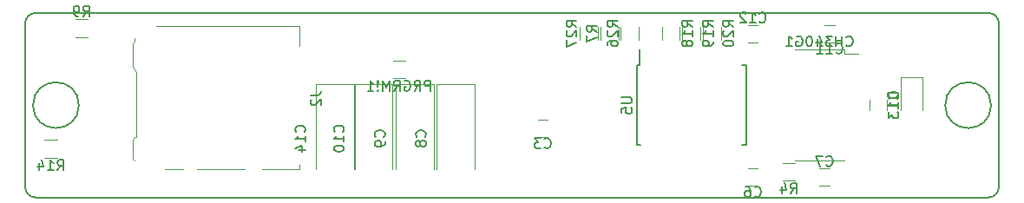
<source format=gbr>
%TF.GenerationSoftware,KiCad,Pcbnew,4.0.7*%
%TF.CreationDate,2018-01-21T21:44:21+02:00*%
%TF.ProjectId,OilMeteo_V2.0,4F696C4D6574656F5F56322E302E6B69,rev?*%
%TF.FileFunction,Legend,Bot*%
%FSLAX46Y46*%
G04 Gerber Fmt 4.6, Leading zero omitted, Abs format (unit mm)*
G04 Created by KiCad (PCBNEW 4.0.7) date 01/21/18 21:44:21*
%MOMM*%
%LPD*%
G01*
G04 APERTURE LIST*
%ADD10C,0.150000*%
%ADD11C,0.120000*%
G04 APERTURE END LIST*
D10*
X100000000Y-35000000D02*
X193000000Y-35000000D01*
X99000000Y-52000000D02*
X99000000Y-36000000D01*
X193000000Y-53000000D02*
X100000000Y-53000000D01*
X194000000Y-36000000D02*
X194000000Y-52000000D01*
X194000000Y-36000000D02*
G75*
G03X193000000Y-35000000I-1000000J0D01*
G01*
X193000000Y-53000000D02*
G75*
G03X194000000Y-52000000I0J1000000D01*
G01*
X99000000Y-52000000D02*
G75*
G03X100000000Y-53000000I1000000J0D01*
G01*
X100000000Y-35000000D02*
G75*
G03X99000000Y-36000000I0J-1000000D01*
G01*
X104236068Y-44000000D02*
G75*
G03X104236068Y-44000000I-2236068J0D01*
G01*
X193236068Y-44000000D02*
G75*
G03X193236068Y-44000000I-2236068J0D01*
G01*
D11*
X150000000Y-47100000D02*
X149000000Y-47100000D01*
X149000000Y-45400000D02*
X150000000Y-45400000D01*
X170500000Y-51850000D02*
X169500000Y-51850000D01*
X169500000Y-50150000D02*
X170500000Y-50150000D01*
X176500000Y-50150000D02*
X177500000Y-50150000D01*
X177500000Y-51850000D02*
X176500000Y-51850000D01*
X139150000Y-41950000D02*
X139150000Y-50250000D01*
X142850000Y-41950000D02*
X142850000Y-50250000D01*
X139150000Y-41950000D02*
X142850000Y-41950000D01*
X135150000Y-41950000D02*
X135150000Y-50250000D01*
X138850000Y-41950000D02*
X138850000Y-50250000D01*
X135150000Y-41950000D02*
X138850000Y-41950000D01*
X131150000Y-41950000D02*
X131150000Y-50250000D01*
X134850000Y-41950000D02*
X134850000Y-50250000D01*
X131150000Y-41950000D02*
X134850000Y-41950000D01*
X178000000Y-37850000D02*
X177000000Y-37850000D01*
X177000000Y-36150000D02*
X178000000Y-36150000D01*
X169500000Y-36150000D02*
X170500000Y-36150000D01*
X170500000Y-37850000D02*
X169500000Y-37850000D01*
X183100000Y-43500000D02*
X183100000Y-44500000D01*
X181400000Y-44500000D02*
X181400000Y-43500000D01*
X127400000Y-41950000D02*
X127400000Y-50250000D01*
X131100000Y-41950000D02*
X131100000Y-50250000D01*
X127400000Y-41950000D02*
X131100000Y-41950000D01*
X178900000Y-38600000D02*
X178900000Y-39000000D01*
X178900000Y-39000000D02*
X180300000Y-39000000D01*
X178900000Y-38600000D02*
X174100000Y-38600000D01*
X178900000Y-49400000D02*
X174100000Y-49400000D01*
X184440000Y-41300000D02*
X186560000Y-41300000D01*
X184440000Y-44500000D02*
X184440000Y-41300000D01*
X186560000Y-41300000D02*
X186560000Y-44500000D01*
X109490000Y-40270000D02*
X109840000Y-40780000D01*
X109690000Y-37760000D02*
X109690000Y-37500000D01*
X109490000Y-37960000D02*
X109690000Y-37760000D01*
X109490000Y-47360000D02*
X109690000Y-47150000D01*
X109840000Y-47150000D02*
X109690000Y-47150000D01*
X109840000Y-47150000D02*
X109840000Y-40780000D01*
X114450000Y-50250000D02*
X112650000Y-50250000D01*
X120450000Y-50250000D02*
X115750000Y-50250000D01*
X109490000Y-49220000D02*
X109690000Y-49420000D01*
X109490000Y-49220000D02*
X109490000Y-47360000D01*
X109490000Y-37960000D02*
X109490000Y-40270000D01*
X125760000Y-50250000D02*
X122150000Y-50250000D01*
X125760000Y-49800000D02*
X125760000Y-50250000D01*
X125760000Y-36280000D02*
X111750000Y-36280000D01*
X125760000Y-38200000D02*
X125760000Y-36280000D01*
X136100000Y-39620000D02*
X134900000Y-39620000D01*
X134900000Y-41380000D02*
X136100000Y-41380000D01*
X174100000Y-49620000D02*
X172900000Y-49620000D01*
X172900000Y-51380000D02*
X174100000Y-51380000D01*
X156880000Y-37600000D02*
X156880000Y-36400000D01*
X155120000Y-36400000D02*
X155120000Y-37600000D01*
X103900000Y-37380000D02*
X105100000Y-37380000D01*
X105100000Y-35620000D02*
X103900000Y-35620000D01*
X102100000Y-47370000D02*
X100900000Y-47370000D01*
X100900000Y-49130000D02*
X102100000Y-49130000D01*
X161118660Y-36400180D02*
X161118660Y-37600180D01*
X162878660Y-37600180D02*
X162878660Y-36400180D01*
X163117640Y-36400180D02*
X163117640Y-37600180D01*
X164877640Y-37600180D02*
X164877640Y-36400180D01*
X165120000Y-36400000D02*
X165120000Y-37600000D01*
X166880000Y-37600000D02*
X166880000Y-36400000D01*
X158880000Y-37600000D02*
X158880000Y-36400000D01*
X157120000Y-36400000D02*
X157120000Y-37600000D01*
X154880000Y-37600000D02*
X154880000Y-36400000D01*
X153120000Y-36400000D02*
X153120000Y-37600000D01*
D10*
X158675000Y-40125000D02*
X158950000Y-40125000D01*
X158675000Y-47875000D02*
X159030000Y-47875000D01*
X169325000Y-47875000D02*
X168970000Y-47875000D01*
X169325000Y-40125000D02*
X168970000Y-40125000D01*
X158675000Y-40125000D02*
X158675000Y-47875000D01*
X169325000Y-40125000D02*
X169325000Y-47875000D01*
X158950000Y-40125000D02*
X158950000Y-38600000D01*
X149666666Y-48107143D02*
X149714285Y-48154762D01*
X149857142Y-48202381D01*
X149952380Y-48202381D01*
X150095238Y-48154762D01*
X150190476Y-48059524D01*
X150238095Y-47964286D01*
X150285714Y-47773810D01*
X150285714Y-47630952D01*
X150238095Y-47440476D01*
X150190476Y-47345238D01*
X150095238Y-47250000D01*
X149952380Y-47202381D01*
X149857142Y-47202381D01*
X149714285Y-47250000D01*
X149666666Y-47297619D01*
X149333333Y-47202381D02*
X148714285Y-47202381D01*
X149047619Y-47583333D01*
X148904761Y-47583333D01*
X148809523Y-47630952D01*
X148761904Y-47678571D01*
X148714285Y-47773810D01*
X148714285Y-48011905D01*
X148761904Y-48107143D01*
X148809523Y-48154762D01*
X148904761Y-48202381D01*
X149190476Y-48202381D01*
X149285714Y-48154762D01*
X149333333Y-48107143D01*
X170166666Y-52857143D02*
X170214285Y-52904762D01*
X170357142Y-52952381D01*
X170452380Y-52952381D01*
X170595238Y-52904762D01*
X170690476Y-52809524D01*
X170738095Y-52714286D01*
X170785714Y-52523810D01*
X170785714Y-52380952D01*
X170738095Y-52190476D01*
X170690476Y-52095238D01*
X170595238Y-52000000D01*
X170452380Y-51952381D01*
X170357142Y-51952381D01*
X170214285Y-52000000D01*
X170166666Y-52047619D01*
X169309523Y-51952381D02*
X169500000Y-51952381D01*
X169595238Y-52000000D01*
X169642857Y-52047619D01*
X169738095Y-52190476D01*
X169785714Y-52380952D01*
X169785714Y-52761905D01*
X169738095Y-52857143D01*
X169690476Y-52904762D01*
X169595238Y-52952381D01*
X169404761Y-52952381D01*
X169309523Y-52904762D01*
X169261904Y-52857143D01*
X169214285Y-52761905D01*
X169214285Y-52523810D01*
X169261904Y-52428571D01*
X169309523Y-52380952D01*
X169404761Y-52333333D01*
X169595238Y-52333333D01*
X169690476Y-52380952D01*
X169738095Y-52428571D01*
X169785714Y-52523810D01*
X177166666Y-49857143D02*
X177214285Y-49904762D01*
X177357142Y-49952381D01*
X177452380Y-49952381D01*
X177595238Y-49904762D01*
X177690476Y-49809524D01*
X177738095Y-49714286D01*
X177785714Y-49523810D01*
X177785714Y-49380952D01*
X177738095Y-49190476D01*
X177690476Y-49095238D01*
X177595238Y-49000000D01*
X177452380Y-48952381D01*
X177357142Y-48952381D01*
X177214285Y-49000000D01*
X177166666Y-49047619D01*
X176833333Y-48952381D02*
X176166666Y-48952381D01*
X176595238Y-49952381D01*
X138007143Y-47083334D02*
X138054762Y-47035715D01*
X138102381Y-46892858D01*
X138102381Y-46797620D01*
X138054762Y-46654762D01*
X137959524Y-46559524D01*
X137864286Y-46511905D01*
X137673810Y-46464286D01*
X137530952Y-46464286D01*
X137340476Y-46511905D01*
X137245238Y-46559524D01*
X137150000Y-46654762D01*
X137102381Y-46797620D01*
X137102381Y-46892858D01*
X137150000Y-47035715D01*
X137197619Y-47083334D01*
X137530952Y-47654762D02*
X137483333Y-47559524D01*
X137435714Y-47511905D01*
X137340476Y-47464286D01*
X137292857Y-47464286D01*
X137197619Y-47511905D01*
X137150000Y-47559524D01*
X137102381Y-47654762D01*
X137102381Y-47845239D01*
X137150000Y-47940477D01*
X137197619Y-47988096D01*
X137292857Y-48035715D01*
X137340476Y-48035715D01*
X137435714Y-47988096D01*
X137483333Y-47940477D01*
X137530952Y-47845239D01*
X137530952Y-47654762D01*
X137578571Y-47559524D01*
X137626190Y-47511905D01*
X137721429Y-47464286D01*
X137911905Y-47464286D01*
X138007143Y-47511905D01*
X138054762Y-47559524D01*
X138102381Y-47654762D01*
X138102381Y-47845239D01*
X138054762Y-47940477D01*
X138007143Y-47988096D01*
X137911905Y-48035715D01*
X137721429Y-48035715D01*
X137626190Y-47988096D01*
X137578571Y-47940477D01*
X137530952Y-47845239D01*
X134007143Y-47083334D02*
X134054762Y-47035715D01*
X134102381Y-46892858D01*
X134102381Y-46797620D01*
X134054762Y-46654762D01*
X133959524Y-46559524D01*
X133864286Y-46511905D01*
X133673810Y-46464286D01*
X133530952Y-46464286D01*
X133340476Y-46511905D01*
X133245238Y-46559524D01*
X133150000Y-46654762D01*
X133102381Y-46797620D01*
X133102381Y-46892858D01*
X133150000Y-47035715D01*
X133197619Y-47083334D01*
X134102381Y-47559524D02*
X134102381Y-47750000D01*
X134054762Y-47845239D01*
X134007143Y-47892858D01*
X133864286Y-47988096D01*
X133673810Y-48035715D01*
X133292857Y-48035715D01*
X133197619Y-47988096D01*
X133150000Y-47940477D01*
X133102381Y-47845239D01*
X133102381Y-47654762D01*
X133150000Y-47559524D01*
X133197619Y-47511905D01*
X133292857Y-47464286D01*
X133530952Y-47464286D01*
X133626190Y-47511905D01*
X133673810Y-47559524D01*
X133721429Y-47654762D01*
X133721429Y-47845239D01*
X133673810Y-47940477D01*
X133626190Y-47988096D01*
X133530952Y-48035715D01*
X130007143Y-46607143D02*
X130054762Y-46559524D01*
X130102381Y-46416667D01*
X130102381Y-46321429D01*
X130054762Y-46178571D01*
X129959524Y-46083333D01*
X129864286Y-46035714D01*
X129673810Y-45988095D01*
X129530952Y-45988095D01*
X129340476Y-46035714D01*
X129245238Y-46083333D01*
X129150000Y-46178571D01*
X129102381Y-46321429D01*
X129102381Y-46416667D01*
X129150000Y-46559524D01*
X129197619Y-46607143D01*
X130102381Y-47559524D02*
X130102381Y-46988095D01*
X130102381Y-47273809D02*
X129102381Y-47273809D01*
X129245238Y-47178571D01*
X129340476Y-47083333D01*
X129388095Y-46988095D01*
X129102381Y-48178571D02*
X129102381Y-48273810D01*
X129150000Y-48369048D01*
X129197619Y-48416667D01*
X129292857Y-48464286D01*
X129483333Y-48511905D01*
X129721429Y-48511905D01*
X129911905Y-48464286D01*
X130007143Y-48416667D01*
X130054762Y-48369048D01*
X130102381Y-48273810D01*
X130102381Y-48178571D01*
X130054762Y-48083333D01*
X130007143Y-48035714D01*
X129911905Y-47988095D01*
X129721429Y-47940476D01*
X129483333Y-47940476D01*
X129292857Y-47988095D01*
X129197619Y-48035714D01*
X129150000Y-48083333D01*
X129102381Y-48178571D01*
X178142857Y-38857143D02*
X178190476Y-38904762D01*
X178333333Y-38952381D01*
X178428571Y-38952381D01*
X178571429Y-38904762D01*
X178666667Y-38809524D01*
X178714286Y-38714286D01*
X178761905Y-38523810D01*
X178761905Y-38380952D01*
X178714286Y-38190476D01*
X178666667Y-38095238D01*
X178571429Y-38000000D01*
X178428571Y-37952381D01*
X178333333Y-37952381D01*
X178190476Y-38000000D01*
X178142857Y-38047619D01*
X177190476Y-38952381D02*
X177761905Y-38952381D01*
X177476191Y-38952381D02*
X177476191Y-37952381D01*
X177571429Y-38095238D01*
X177666667Y-38190476D01*
X177761905Y-38238095D01*
X176238095Y-38952381D02*
X176809524Y-38952381D01*
X176523810Y-38952381D02*
X176523810Y-37952381D01*
X176619048Y-38095238D01*
X176714286Y-38190476D01*
X176809524Y-38238095D01*
X170642857Y-35857143D02*
X170690476Y-35904762D01*
X170833333Y-35952381D01*
X170928571Y-35952381D01*
X171071429Y-35904762D01*
X171166667Y-35809524D01*
X171214286Y-35714286D01*
X171261905Y-35523810D01*
X171261905Y-35380952D01*
X171214286Y-35190476D01*
X171166667Y-35095238D01*
X171071429Y-35000000D01*
X170928571Y-34952381D01*
X170833333Y-34952381D01*
X170690476Y-35000000D01*
X170642857Y-35047619D01*
X169690476Y-35952381D02*
X170261905Y-35952381D01*
X169976191Y-35952381D02*
X169976191Y-34952381D01*
X170071429Y-35095238D01*
X170166667Y-35190476D01*
X170261905Y-35238095D01*
X169309524Y-35047619D02*
X169261905Y-35000000D01*
X169166667Y-34952381D01*
X168928571Y-34952381D01*
X168833333Y-35000000D01*
X168785714Y-35047619D01*
X168738095Y-35142857D01*
X168738095Y-35238095D01*
X168785714Y-35380952D01*
X169357143Y-35952381D01*
X168738095Y-35952381D01*
X184107143Y-43357143D02*
X184154762Y-43309524D01*
X184202381Y-43166667D01*
X184202381Y-43071429D01*
X184154762Y-42928571D01*
X184059524Y-42833333D01*
X183964286Y-42785714D01*
X183773810Y-42738095D01*
X183630952Y-42738095D01*
X183440476Y-42785714D01*
X183345238Y-42833333D01*
X183250000Y-42928571D01*
X183202381Y-43071429D01*
X183202381Y-43166667D01*
X183250000Y-43309524D01*
X183297619Y-43357143D01*
X184202381Y-44309524D02*
X184202381Y-43738095D01*
X184202381Y-44023809D02*
X183202381Y-44023809D01*
X183345238Y-43928571D01*
X183440476Y-43833333D01*
X183488095Y-43738095D01*
X183202381Y-44642857D02*
X183202381Y-45261905D01*
X183583333Y-44928571D01*
X183583333Y-45071429D01*
X183630952Y-45166667D01*
X183678571Y-45214286D01*
X183773810Y-45261905D01*
X184011905Y-45261905D01*
X184107143Y-45214286D01*
X184154762Y-45166667D01*
X184202381Y-45071429D01*
X184202381Y-44785714D01*
X184154762Y-44690476D01*
X184107143Y-44642857D01*
X126257143Y-46607143D02*
X126304762Y-46559524D01*
X126352381Y-46416667D01*
X126352381Y-46321429D01*
X126304762Y-46178571D01*
X126209524Y-46083333D01*
X126114286Y-46035714D01*
X125923810Y-45988095D01*
X125780952Y-45988095D01*
X125590476Y-46035714D01*
X125495238Y-46083333D01*
X125400000Y-46178571D01*
X125352381Y-46321429D01*
X125352381Y-46416667D01*
X125400000Y-46559524D01*
X125447619Y-46607143D01*
X126352381Y-47559524D02*
X126352381Y-46988095D01*
X126352381Y-47273809D02*
X125352381Y-47273809D01*
X125495238Y-47178571D01*
X125590476Y-47083333D01*
X125638095Y-46988095D01*
X125685714Y-48416667D02*
X126352381Y-48416667D01*
X125304762Y-48178571D02*
X126019048Y-47940476D01*
X126019048Y-48559524D01*
X179119047Y-38157143D02*
X179166666Y-38204762D01*
X179309523Y-38252381D01*
X179404761Y-38252381D01*
X179547619Y-38204762D01*
X179642857Y-38109524D01*
X179690476Y-38014286D01*
X179738095Y-37823810D01*
X179738095Y-37680952D01*
X179690476Y-37490476D01*
X179642857Y-37395238D01*
X179547619Y-37300000D01*
X179404761Y-37252381D01*
X179309523Y-37252381D01*
X179166666Y-37300000D01*
X179119047Y-37347619D01*
X178690476Y-38252381D02*
X178690476Y-37252381D01*
X178690476Y-37728571D02*
X178119047Y-37728571D01*
X178119047Y-38252381D02*
X178119047Y-37252381D01*
X177738095Y-37252381D02*
X177119047Y-37252381D01*
X177452381Y-37633333D01*
X177309523Y-37633333D01*
X177214285Y-37680952D01*
X177166666Y-37728571D01*
X177119047Y-37823810D01*
X177119047Y-38061905D01*
X177166666Y-38157143D01*
X177214285Y-38204762D01*
X177309523Y-38252381D01*
X177595238Y-38252381D01*
X177690476Y-38204762D01*
X177738095Y-38157143D01*
X176261904Y-37585714D02*
X176261904Y-38252381D01*
X176500000Y-37204762D02*
X176738095Y-37919048D01*
X176119047Y-37919048D01*
X175547619Y-37252381D02*
X175452380Y-37252381D01*
X175357142Y-37300000D01*
X175309523Y-37347619D01*
X175261904Y-37442857D01*
X175214285Y-37633333D01*
X175214285Y-37871429D01*
X175261904Y-38061905D01*
X175309523Y-38157143D01*
X175357142Y-38204762D01*
X175452380Y-38252381D01*
X175547619Y-38252381D01*
X175642857Y-38204762D01*
X175690476Y-38157143D01*
X175738095Y-38061905D01*
X175785714Y-37871429D01*
X175785714Y-37633333D01*
X175738095Y-37442857D01*
X175690476Y-37347619D01*
X175642857Y-37300000D01*
X175547619Y-37252381D01*
X174261904Y-37300000D02*
X174357142Y-37252381D01*
X174499999Y-37252381D01*
X174642857Y-37300000D01*
X174738095Y-37395238D01*
X174785714Y-37490476D01*
X174833333Y-37680952D01*
X174833333Y-37823810D01*
X174785714Y-38014286D01*
X174738095Y-38109524D01*
X174642857Y-38204762D01*
X174499999Y-38252381D01*
X174404761Y-38252381D01*
X174261904Y-38204762D01*
X174214285Y-38157143D01*
X174214285Y-37823810D01*
X174404761Y-37823810D01*
X173261904Y-38252381D02*
X173833333Y-38252381D01*
X173547619Y-38252381D02*
X173547619Y-37252381D01*
X173642857Y-37395238D01*
X173738095Y-37490476D01*
X173833333Y-37538095D01*
X184152381Y-42761905D02*
X183152381Y-42761905D01*
X183152381Y-43000000D01*
X183200000Y-43142858D01*
X183295238Y-43238096D01*
X183390476Y-43285715D01*
X183580952Y-43333334D01*
X183723810Y-43333334D01*
X183914286Y-43285715D01*
X184009524Y-43238096D01*
X184104762Y-43142858D01*
X184152381Y-43000000D01*
X184152381Y-42761905D01*
X184152381Y-44285715D02*
X184152381Y-43714286D01*
X184152381Y-44000000D02*
X183152381Y-44000000D01*
X183295238Y-43904762D01*
X183390476Y-43809524D01*
X183438095Y-43714286D01*
X126852381Y-43016667D02*
X127566667Y-43016667D01*
X127709524Y-42969047D01*
X127804762Y-42873809D01*
X127852381Y-42730952D01*
X127852381Y-42635714D01*
X126947619Y-43445238D02*
X126900000Y-43492857D01*
X126852381Y-43588095D01*
X126852381Y-43826191D01*
X126900000Y-43921429D01*
X126947619Y-43969048D01*
X127042857Y-44016667D01*
X127138095Y-44016667D01*
X127280952Y-43969048D01*
X127852381Y-43397619D01*
X127852381Y-44016667D01*
X138547619Y-42602381D02*
X138547619Y-41602381D01*
X138166666Y-41602381D01*
X138071428Y-41650000D01*
X138023809Y-41697619D01*
X137976190Y-41792857D01*
X137976190Y-41935714D01*
X138023809Y-42030952D01*
X138071428Y-42078571D01*
X138166666Y-42126190D01*
X138547619Y-42126190D01*
X136976190Y-42602381D02*
X137309524Y-42126190D01*
X137547619Y-42602381D02*
X137547619Y-41602381D01*
X137166666Y-41602381D01*
X137071428Y-41650000D01*
X137023809Y-41697619D01*
X136976190Y-41792857D01*
X136976190Y-41935714D01*
X137023809Y-42030952D01*
X137071428Y-42078571D01*
X137166666Y-42126190D01*
X137547619Y-42126190D01*
X136023809Y-41650000D02*
X136119047Y-41602381D01*
X136261904Y-41602381D01*
X136404762Y-41650000D01*
X136500000Y-41745238D01*
X136547619Y-41840476D01*
X136595238Y-42030952D01*
X136595238Y-42173810D01*
X136547619Y-42364286D01*
X136500000Y-42459524D01*
X136404762Y-42554762D01*
X136261904Y-42602381D01*
X136166666Y-42602381D01*
X136023809Y-42554762D01*
X135976190Y-42507143D01*
X135976190Y-42173810D01*
X136166666Y-42173810D01*
X134976190Y-42602381D02*
X135309524Y-42126190D01*
X135547619Y-42602381D02*
X135547619Y-41602381D01*
X135166666Y-41602381D01*
X135071428Y-41650000D01*
X135023809Y-41697619D01*
X134976190Y-41792857D01*
X134976190Y-41935714D01*
X135023809Y-42030952D01*
X135071428Y-42078571D01*
X135166666Y-42126190D01*
X135547619Y-42126190D01*
X134547619Y-42602381D02*
X134547619Y-41602381D01*
X134214285Y-42316667D01*
X133880952Y-41602381D01*
X133880952Y-42602381D01*
X133404762Y-42507143D02*
X133357143Y-42554762D01*
X133404762Y-42602381D01*
X133452381Y-42554762D01*
X133404762Y-42507143D01*
X133404762Y-42602381D01*
X133404762Y-42221429D02*
X133452381Y-41650000D01*
X133404762Y-41602381D01*
X133357143Y-41650000D01*
X133404762Y-42221429D01*
X133404762Y-41602381D01*
X132404762Y-42602381D02*
X132976191Y-42602381D01*
X132690477Y-42602381D02*
X132690477Y-41602381D01*
X132785715Y-41745238D01*
X132880953Y-41840476D01*
X132976191Y-41888095D01*
X173666666Y-52602381D02*
X174000000Y-52126190D01*
X174238095Y-52602381D02*
X174238095Y-51602381D01*
X173857142Y-51602381D01*
X173761904Y-51650000D01*
X173714285Y-51697619D01*
X173666666Y-51792857D01*
X173666666Y-51935714D01*
X173714285Y-52030952D01*
X173761904Y-52078571D01*
X173857142Y-52126190D01*
X174238095Y-52126190D01*
X172809523Y-51935714D02*
X172809523Y-52602381D01*
X173047619Y-51554762D02*
X173285714Y-52269048D01*
X172666666Y-52269048D01*
X154802381Y-36833334D02*
X154326190Y-36500000D01*
X154802381Y-36261905D02*
X153802381Y-36261905D01*
X153802381Y-36642858D01*
X153850000Y-36738096D01*
X153897619Y-36785715D01*
X153992857Y-36833334D01*
X154135714Y-36833334D01*
X154230952Y-36785715D01*
X154278571Y-36738096D01*
X154326190Y-36642858D01*
X154326190Y-36261905D01*
X153802381Y-37166667D02*
X153802381Y-37833334D01*
X154802381Y-37404762D01*
X104666666Y-35302381D02*
X105000000Y-34826190D01*
X105238095Y-35302381D02*
X105238095Y-34302381D01*
X104857142Y-34302381D01*
X104761904Y-34350000D01*
X104714285Y-34397619D01*
X104666666Y-34492857D01*
X104666666Y-34635714D01*
X104714285Y-34730952D01*
X104761904Y-34778571D01*
X104857142Y-34826190D01*
X105238095Y-34826190D01*
X104190476Y-35302381D02*
X104000000Y-35302381D01*
X103904761Y-35254762D01*
X103857142Y-35207143D01*
X103761904Y-35064286D01*
X103714285Y-34873810D01*
X103714285Y-34492857D01*
X103761904Y-34397619D01*
X103809523Y-34350000D01*
X103904761Y-34302381D01*
X104095238Y-34302381D01*
X104190476Y-34350000D01*
X104238095Y-34397619D01*
X104285714Y-34492857D01*
X104285714Y-34730952D01*
X104238095Y-34826190D01*
X104190476Y-34873810D01*
X104095238Y-34921429D01*
X103904761Y-34921429D01*
X103809523Y-34873810D01*
X103761904Y-34826190D01*
X103714285Y-34730952D01*
X102142857Y-50352381D02*
X102476191Y-49876190D01*
X102714286Y-50352381D02*
X102714286Y-49352381D01*
X102333333Y-49352381D01*
X102238095Y-49400000D01*
X102190476Y-49447619D01*
X102142857Y-49542857D01*
X102142857Y-49685714D01*
X102190476Y-49780952D01*
X102238095Y-49828571D01*
X102333333Y-49876190D01*
X102714286Y-49876190D01*
X101190476Y-50352381D02*
X101761905Y-50352381D01*
X101476191Y-50352381D02*
X101476191Y-49352381D01*
X101571429Y-49495238D01*
X101666667Y-49590476D01*
X101761905Y-49638095D01*
X100333333Y-49685714D02*
X100333333Y-50352381D01*
X100571429Y-49304762D02*
X100809524Y-50019048D01*
X100190476Y-50019048D01*
X164101041Y-36357323D02*
X163624850Y-36023989D01*
X164101041Y-35785894D02*
X163101041Y-35785894D01*
X163101041Y-36166847D01*
X163148660Y-36262085D01*
X163196279Y-36309704D01*
X163291517Y-36357323D01*
X163434374Y-36357323D01*
X163529612Y-36309704D01*
X163577231Y-36262085D01*
X163624850Y-36166847D01*
X163624850Y-35785894D01*
X164101041Y-37309704D02*
X164101041Y-36738275D01*
X164101041Y-37023989D02*
X163101041Y-37023989D01*
X163243898Y-36928751D01*
X163339136Y-36833513D01*
X163386755Y-36738275D01*
X163529612Y-37881132D02*
X163481993Y-37785894D01*
X163434374Y-37738275D01*
X163339136Y-37690656D01*
X163291517Y-37690656D01*
X163196279Y-37738275D01*
X163148660Y-37785894D01*
X163101041Y-37881132D01*
X163101041Y-38071609D01*
X163148660Y-38166847D01*
X163196279Y-38214466D01*
X163291517Y-38262085D01*
X163339136Y-38262085D01*
X163434374Y-38214466D01*
X163481993Y-38166847D01*
X163529612Y-38071609D01*
X163529612Y-37881132D01*
X163577231Y-37785894D01*
X163624850Y-37738275D01*
X163720089Y-37690656D01*
X163910565Y-37690656D01*
X164005803Y-37738275D01*
X164053422Y-37785894D01*
X164101041Y-37881132D01*
X164101041Y-38071609D01*
X164053422Y-38166847D01*
X164005803Y-38214466D01*
X163910565Y-38262085D01*
X163720089Y-38262085D01*
X163624850Y-38214466D01*
X163577231Y-38166847D01*
X163529612Y-38071609D01*
X166100021Y-36357323D02*
X165623830Y-36023989D01*
X166100021Y-35785894D02*
X165100021Y-35785894D01*
X165100021Y-36166847D01*
X165147640Y-36262085D01*
X165195259Y-36309704D01*
X165290497Y-36357323D01*
X165433354Y-36357323D01*
X165528592Y-36309704D01*
X165576211Y-36262085D01*
X165623830Y-36166847D01*
X165623830Y-35785894D01*
X166100021Y-37309704D02*
X166100021Y-36738275D01*
X166100021Y-37023989D02*
X165100021Y-37023989D01*
X165242878Y-36928751D01*
X165338116Y-36833513D01*
X165385735Y-36738275D01*
X166100021Y-37785894D02*
X166100021Y-37976370D01*
X166052402Y-38071609D01*
X166004783Y-38119228D01*
X165861926Y-38214466D01*
X165671450Y-38262085D01*
X165290497Y-38262085D01*
X165195259Y-38214466D01*
X165147640Y-38166847D01*
X165100021Y-38071609D01*
X165100021Y-37881132D01*
X165147640Y-37785894D01*
X165195259Y-37738275D01*
X165290497Y-37690656D01*
X165528592Y-37690656D01*
X165623830Y-37738275D01*
X165671450Y-37785894D01*
X165719069Y-37881132D01*
X165719069Y-38071609D01*
X165671450Y-38166847D01*
X165623830Y-38214466D01*
X165528592Y-38262085D01*
X168102381Y-36357143D02*
X167626190Y-36023809D01*
X168102381Y-35785714D02*
X167102381Y-35785714D01*
X167102381Y-36166667D01*
X167150000Y-36261905D01*
X167197619Y-36309524D01*
X167292857Y-36357143D01*
X167435714Y-36357143D01*
X167530952Y-36309524D01*
X167578571Y-36261905D01*
X167626190Y-36166667D01*
X167626190Y-35785714D01*
X167197619Y-36738095D02*
X167150000Y-36785714D01*
X167102381Y-36880952D01*
X167102381Y-37119048D01*
X167150000Y-37214286D01*
X167197619Y-37261905D01*
X167292857Y-37309524D01*
X167388095Y-37309524D01*
X167530952Y-37261905D01*
X168102381Y-36690476D01*
X168102381Y-37309524D01*
X167102381Y-37928571D02*
X167102381Y-38023810D01*
X167150000Y-38119048D01*
X167197619Y-38166667D01*
X167292857Y-38214286D01*
X167483333Y-38261905D01*
X167721429Y-38261905D01*
X167911905Y-38214286D01*
X168007143Y-38166667D01*
X168054762Y-38119048D01*
X168102381Y-38023810D01*
X168102381Y-37928571D01*
X168054762Y-37833333D01*
X168007143Y-37785714D01*
X167911905Y-37738095D01*
X167721429Y-37690476D01*
X167483333Y-37690476D01*
X167292857Y-37738095D01*
X167197619Y-37785714D01*
X167150000Y-37833333D01*
X167102381Y-37928571D01*
X156802381Y-36357143D02*
X156326190Y-36023809D01*
X156802381Y-35785714D02*
X155802381Y-35785714D01*
X155802381Y-36166667D01*
X155850000Y-36261905D01*
X155897619Y-36309524D01*
X155992857Y-36357143D01*
X156135714Y-36357143D01*
X156230952Y-36309524D01*
X156278571Y-36261905D01*
X156326190Y-36166667D01*
X156326190Y-35785714D01*
X155897619Y-36738095D02*
X155850000Y-36785714D01*
X155802381Y-36880952D01*
X155802381Y-37119048D01*
X155850000Y-37214286D01*
X155897619Y-37261905D01*
X155992857Y-37309524D01*
X156088095Y-37309524D01*
X156230952Y-37261905D01*
X156802381Y-36690476D01*
X156802381Y-37309524D01*
X155802381Y-38166667D02*
X155802381Y-37976190D01*
X155850000Y-37880952D01*
X155897619Y-37833333D01*
X156040476Y-37738095D01*
X156230952Y-37690476D01*
X156611905Y-37690476D01*
X156707143Y-37738095D01*
X156754762Y-37785714D01*
X156802381Y-37880952D01*
X156802381Y-38071429D01*
X156754762Y-38166667D01*
X156707143Y-38214286D01*
X156611905Y-38261905D01*
X156373810Y-38261905D01*
X156278571Y-38214286D01*
X156230952Y-38166667D01*
X156183333Y-38071429D01*
X156183333Y-37880952D01*
X156230952Y-37785714D01*
X156278571Y-37738095D01*
X156373810Y-37690476D01*
X152802381Y-36357143D02*
X152326190Y-36023809D01*
X152802381Y-35785714D02*
X151802381Y-35785714D01*
X151802381Y-36166667D01*
X151850000Y-36261905D01*
X151897619Y-36309524D01*
X151992857Y-36357143D01*
X152135714Y-36357143D01*
X152230952Y-36309524D01*
X152278571Y-36261905D01*
X152326190Y-36166667D01*
X152326190Y-35785714D01*
X151897619Y-36738095D02*
X151850000Y-36785714D01*
X151802381Y-36880952D01*
X151802381Y-37119048D01*
X151850000Y-37214286D01*
X151897619Y-37261905D01*
X151992857Y-37309524D01*
X152088095Y-37309524D01*
X152230952Y-37261905D01*
X152802381Y-36690476D01*
X152802381Y-37309524D01*
X151802381Y-37642857D02*
X151802381Y-38309524D01*
X152802381Y-37880952D01*
X157202381Y-43238095D02*
X158011905Y-43238095D01*
X158107143Y-43285714D01*
X158154762Y-43333333D01*
X158202381Y-43428571D01*
X158202381Y-43619048D01*
X158154762Y-43714286D01*
X158107143Y-43761905D01*
X158011905Y-43809524D01*
X157202381Y-43809524D01*
X157202381Y-44761905D02*
X157202381Y-44285714D01*
X157678571Y-44238095D01*
X157630952Y-44285714D01*
X157583333Y-44380952D01*
X157583333Y-44619048D01*
X157630952Y-44714286D01*
X157678571Y-44761905D01*
X157773810Y-44809524D01*
X158011905Y-44809524D01*
X158107143Y-44761905D01*
X158154762Y-44714286D01*
X158202381Y-44619048D01*
X158202381Y-44380952D01*
X158154762Y-44285714D01*
X158107143Y-44238095D01*
M02*

</source>
